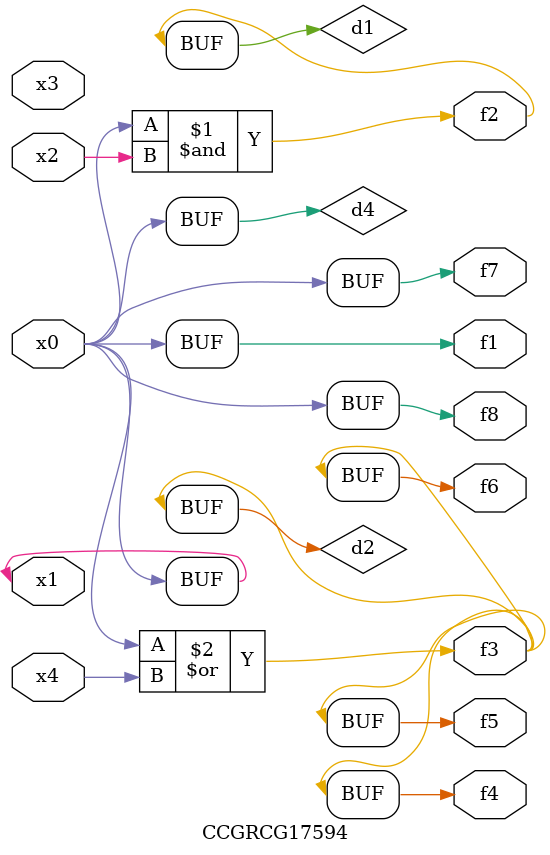
<source format=v>
module CCGRCG17594(
	input x0, x1, x2, x3, x4,
	output f1, f2, f3, f4, f5, f6, f7, f8
);

	wire d1, d2, d3, d4;

	and (d1, x0, x2);
	or (d2, x0, x4);
	nand (d3, x0, x2);
	buf (d4, x0, x1);
	assign f1 = d4;
	assign f2 = d1;
	assign f3 = d2;
	assign f4 = d2;
	assign f5 = d2;
	assign f6 = d2;
	assign f7 = d4;
	assign f8 = d4;
endmodule

</source>
